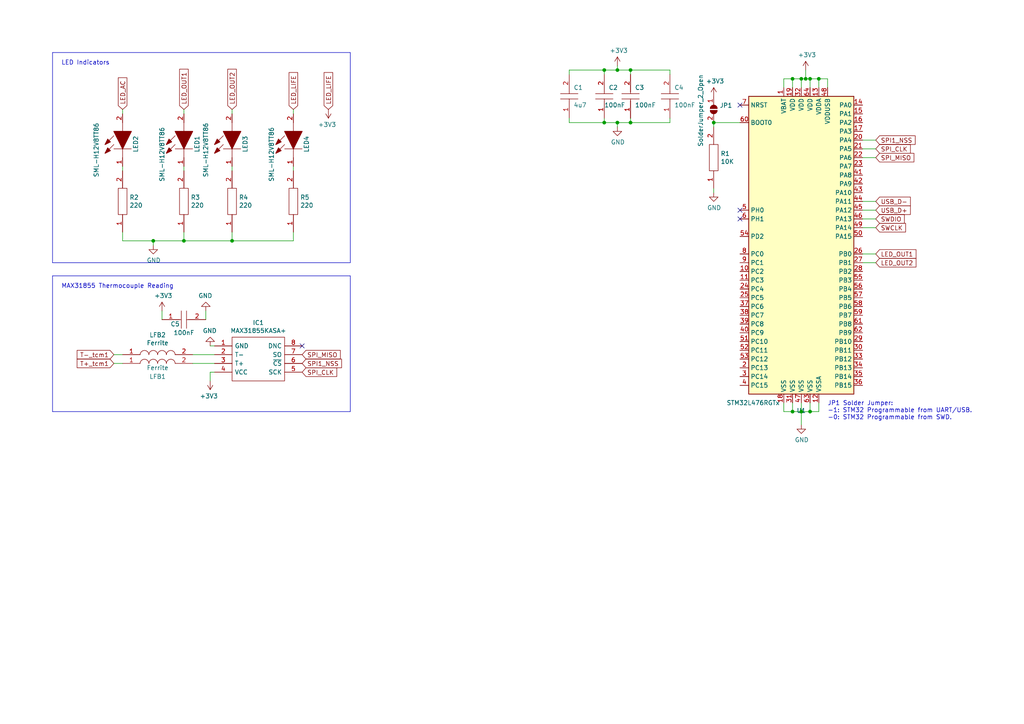
<source format=kicad_sch>
(kicad_sch (version 20230121) (generator eeschema)
  (paper "A4")
  (title_block (title "Open Reflow Plate") (date "2024-01-04") (rev "V0.1") (company "MakingDevices") (comment 1 "Rubén G. S."))
  (lib_symbols
    (symbol "Jumper:SolderJumper_2_Open" (pin_names (offset 0) hide)
      (property "Reference" "JP" (at 0 2.032 0))
      (property "Value" "SolderJumper_2_Open" (at 0 -2.54 0))
      (symbol "SolderJumper_2_Open_0_1"
        (arc (start -0.254 1.016) (mid -1.2656 0) (end -0.254 -1.016))
        (arc (start -0.254 1.016) (mid -1.2656 0) (end -0.254 -1.016) (fill (type outline)))
        (polyline (pts (xy -0.254 1.016) (xy -0.254 -1.016)))
        (polyline (pts (xy 0.254 1.016) (xy 0.254 -1.016)))
        (arc (start 0.254 -1.016) (mid 1.2656 0) (end 0.254 1.016))
        (arc (start 0.254 -1.016) (mid 1.2656 0) (end 0.254 1.016) (fill (type outline)))
      )
      (symbol "SolderJumper_2_Open_1_1"
        (pin passive line (at -3.81 0 0) (length 2.54) (name "A") (number "1"))
        (pin passive line (at 3.81 0 180) (length 2.54) (name "B") (number "2"))
      )
    )
    (symbol "Library_Loader:742792005" (pin_names (offset 0.762))
      (property "Reference" "L" (at 16.51 6.35 0))
      (property "Value" "Library_Loader_742792005" (at 16.51 3.81 0))
      (symbol "742792005_0_0"
        (pin passive line (at 0 0 0) (length 5.08) (name "~") (number "1"))
        (pin passive line (at 20.32 0 180) (length 5.08) (name "~") (number "2"))
      )
      (symbol "742792005_0_1"
        (arc (start 7.62 0) (mid 6.35 1.2202) (end 5.08 0) (stroke (width 0.1524)))
        (arc (start 10.16 0) (mid 8.89 1.2202) (end 7.62 0) (stroke (width 0.1524)))
        (arc (start 12.7 0) (mid 11.43 1.2202) (end 10.16 0) (stroke (width 0.1524)))
        (arc (start 15.24 0) (mid 13.97 1.2202) (end 12.7 0) (stroke (width 0.1524)))
      )
    )
    (symbol "Library_Loader:C0805C475M8RACTU" (pin_names (offset 0.762))
      (property "Reference" "C" (at 8.89 6.35 0))
      (property "Value" "Library_Loader_C0805C475M8RACTU" (at 8.89 3.81 0))
      (symbol "C0805C475M8RACTU_0_0"
        (pin passive line (at 0 0 0) (length 5.08) (name "~") (number "1"))
        (pin passive line (at 12.7 0 180) (length 5.08) (name "~") (number "2"))
      )
      (symbol "C0805C475M8RACTU_0_1"
        (polyline (pts (xy 5.08 0) (xy 5.588 0)) (stroke (width 0.1524)))
        (polyline (pts (xy 5.588 2.54) (xy 5.588 -2.54)) (stroke (width 0.1524)))
        (polyline (pts (xy 7.112 0) (xy 7.62 0)) (stroke (width 0.1524)))
        (polyline (pts (xy 7.112 2.54) (xy 7.112 -2.54)) (stroke (width 0.1524)))
      )
    )
    (symbol "Library_Loader:MAX31855KASA+" (pin_names (offset 0.762))
      (property "Reference" "IC" (at 21.59 7.62 0))
      (property "Value" "Library_Loader_MAX31855KASA+" (at 21.59 5.08 0))
      (symbol "MAX31855KASA+_0_0"
        (pin passive line (at 0 0 0) (length 5.08) (name "GND") (number "1"))
        (pin passive line (at 0 -2.54 0) (length 5.08) (name "T-") (number "2"))
        (pin passive line (at 0 -5.08 0) (length 5.08) (name "T+") (number "3"))
        (pin passive line (at 0 -7.62 0) (length 5.08) (name "VCC") (number "4"))
        (pin passive line (at 25.4 -7.62 180) (length 5.08) (name "SCK") (number "5"))
        (pin passive line (at 25.4 -5.08 180) (length 5.08) (name "~{CS}") (number "6"))
        (pin passive line (at 25.4 -2.54 180) (length 5.08) (name "SO") (number "7"))
        (pin passive line (at 25.4 0 180) (length 5.08) (name "DNC") (number "8"))
      )
      (symbol "MAX31855KASA+_0_1"
        (polyline (pts (xy 5.08 2.54) (xy 20.32 2.54) (xy 20.32 -10.16) (xy 5.08 -10.16) (xy 5.08 2.54)) (stroke (width 0.1524)))
      )
    )
    (symbol "OpenReflowPlate-rescue:+3.3V-power" (power) (pin_names (offset 0))
      (property "Value" "+3.3V-power" (at 0 3.556 0))
      (symbol "+3.3V-power_0_1"
        (polyline (pts (xy -0.762 1.27) (xy 0 2.54)))
        (polyline (pts (xy 0 0) (xy 0 2.54)))
        (polyline (pts (xy 0 2.54) (xy 0.762 1.27)))
      )
      (symbol "+3.3V-power_1_1"
        (pin power_in line (at 0 0 90) (length 0) hide (name "+3V3") (number "1"))
      )
    )
    (symbol "OpenReflowPlate-rescue:C0805C475M8RACTU-Library_Loader" (pin_names (offset 0.762))
      (property "Reference" "C" (at 8.89 6.35 0))
      (property "Value" "Library_Loader_C0805C475M8RACTU" (at 8.89 3.81 0))
      (symbol "C0805C475M8RACTU-Library_Loader_0_0"
        (pin passive line (at 0 0 0) (length 5.08) (name "~") (number "1"))
        (pin passive line (at 12.7 0 180) (length 5.08) (name "~") (number "2"))
      )
      (symbol "C0805C475M8RACTU-Library_Loader_0_1"
        (polyline (pts (xy 5.08 0) (xy 5.588 0)) (stroke (width 0.1524)))
        (polyline (pts (xy 5.588 2.54) (xy 5.588 -2.54)) (stroke (width 0.1524)))
        (polyline (pts (xy 7.112 0) (xy 7.62 0)) (stroke (width 0.1524)))
        (polyline (pts (xy 7.112 2.54) (xy 7.112 -2.54)) (stroke (width 0.1524)))
      )
    )
    (symbol "OpenReflowPlate-rescue:ERJP6WF1303V-Library_Loader" (pin_names (offset 0.762))
      (property "Reference" "R" (at 13.97 6.35 0))
      (property "Value" "Library_Loader_ERJP6WF1303V" (at 13.97 3.81 0))
      (symbol "ERJP6WF1303V-Library_Loader_0_0"
        (pin passive line (at 0 0 0) (length 5.08) (name "~") (number "1"))
        (pin passive line (at 17.78 0 180) (length 5.08) (name "~") (number "2"))
      )
      (symbol "ERJP6WF1303V-Library_Loader_0_1"
        (polyline (pts (xy 5.08 1.27) (xy 12.7 1.27) (xy 12.7 -1.27) (xy 5.08 -1.27) (xy 5.08 1.27)) (stroke (width 0.1524)))
      )
    )
    (symbol "OpenReflowPlate-rescue:STM32L476RGTx-MCU_ST_STM32L4"
      (property "Reference" "U" (at -15.24 44.45 0))
      (property "Value" "MCU_ST_STM32L4_STM32L476RGTx" (at 10.16 44.45 0))
      (symbol "STM32L476RGTx-MCU_ST_STM32L4_0_1"
        (rectangle (start -15.24 -43.18) (end 15.24 43.18) (stroke (width 0.254)) (fill (type background)))
      )
      (symbol "STM32L476RGTx-MCU_ST_STM32L4_1_1"
        (pin power_in line (at -5.08 45.72 270) (length 2.54) (name "VBAT") (number "1"))
        (pin bidirectional line (at -17.78 -7.62 0) (length 2.54) (name "PC2") (number "10"))
        (pin bidirectional line (at -17.78 -10.16 0) (length 2.54) (name "PC3") (number "11"))
        (pin power_in line (at 5.08 -45.72 90) (length 2.54) (name "VSSA") (number "12"))
        (pin power_in line (at 5.08 45.72 270) (length 2.54) (name "VDDA") (number "13"))
        (pin bidirectional line (at 17.78 40.64 180) (length 2.54) (name "PA0") (number "14"))
        (pin bidirectional line (at 17.78 38.1 180) (length 2.54) (name "PA1") (number "15"))
        (pin bidirectional line (at 17.78 35.56 180) (length 2.54) (name "PA2") (number "16"))
        (pin bidirectional line (at 17.78 33.02 180) (length 2.54) (name "PA3") (number "17"))
        (pin power_in line (at -5.08 -45.72 90) (length 2.54) (name "VSS") (number "18"))
        (pin power_in line (at -2.54 45.72 270) (length 2.54) (name "VDD") (number "19"))
        (pin bidirectional line (at -17.78 -35.56 0) (length 2.54) (name "PC13") (number "2"))
        (pin bidirectional line (at 17.78 30.48 180) (length 2.54) (name "PA4") (number "20"))
        (pin bidirectional line (at 17.78 27.94 180) (length 2.54) (name "PA5") (number "21"))
        (pin bidirectional line (at 17.78 25.4 180) (length 2.54) (name "PA6") (number "22"))
        (pin bidirectional line (at 17.78 22.86 180) (length 2.54) (name "PA7") (number "23"))
        (pin bidirectional line (at -17.78 -12.7 0) (length 2.54) (name "PC4") (number "24"))
        (pin bidirectional line (at -17.78 -15.24 0) (length 2.54) (name "PC5") (number "25"))
        (pin bidirectional line (at 17.78 -2.54 180) (length 2.54) (name "PB0") (number "26"))
        (pin bidirectional line (at 17.78 -5.08 180) (length 2.54) (name "PB1") (number "27"))
        (pin bidirectional line (at 17.78 -7.62 180) (length 2.54) (name "PB2") (number "28"))
        (pin bidirectional line (at 17.78 -27.94 180) (length 2.54) (name "PB10") (number "29"))
        (pin bidirectional line (at -17.78 -38.1 0) (length 2.54) (name "PC14") (number "3"))
        (pin bidirectional line (at 17.78 -30.48 180) (length 2.54) (name "PB11") (number "30"))
        (pin power_in line (at -2.54 -45.72 90) (length 2.54) (name "VSS") (number "31"))
        (pin power_in line (at 0 45.72 270) (length 2.54) (name "VDD") (number "32"))
        (pin bidirectional line (at 17.78 -33.02 180) (length 2.54) (name "PB12") (number "33"))
        (pin bidirectional line (at 17.78 -35.56 180) (length 2.54) (name "PB13") (number "34"))
        (pin bidirectional line (at 17.78 -38.1 180) (length 2.54) (name "PB14") (number "35"))
        (pin bidirectional line (at 17.78 -40.64 180) (length 2.54) (name "PB15") (number "36"))
        (pin bidirectional line (at -17.78 -17.78 0) (length 2.54) (name "PC6") (number "37"))
        (pin bidirectional line (at -17.78 -20.32 0) (length 2.54) (name "PC7") (number "38"))
        (pin bidirectional line (at -17.78 -22.86 0) (length 2.54) (name "PC8") (number "39"))
        (pin bidirectional line (at -17.78 -40.64 0) (length 2.54) (name "PC15") (number "4"))
        (pin bidirectional line (at -17.78 -25.4 0) (length 2.54) (name "PC9") (number "40"))
        (pin bidirectional line (at 17.78 20.32 180) (length 2.54) (name "PA8") (number "41"))
        (pin bidirectional line (at 17.78 17.78 180) (length 2.54) (name "PA9") (number "42"))
        (pin bidirectional line (at 17.78 15.24 180) (length 2.54) (name "PA10") (number "43"))
        (pin bidirectional line (at 17.78 12.7 180) (length 2.54) (name "PA11") (number "44"))
        (pin bidirectional line (at 17.78 10.16 180) (length 2.54) (name "PA12") (number "45"))
        (pin bidirectional line (at 17.78 7.62 180) (length 2.54) (name "PA13") (number "46"))
        (pin power_in line (at 0 -45.72 90) (length 2.54) (name "VSS") (number "47"))
        (pin power_in line (at 7.62 45.72 270) (length 2.54) (name "VDDUSB") (number "48"))
        (pin bidirectional line (at 17.78 5.08 180) (length 2.54) (name "PA14") (number "49"))
        (pin input line (at -17.78 10.16 0) (length 2.54) (name "PH0") (number "5"))
        (pin bidirectional line (at 17.78 2.54 180) (length 2.54) (name "PA15") (number "50"))
        (pin bidirectional line (at -17.78 -27.94 0) (length 2.54) (name "PC10") (number "51"))
        (pin bidirectional line (at -17.78 -30.48 0) (length 2.54) (name "PC11") (number "52"))
        (pin bidirectional line (at -17.78 -33.02 0) (length 2.54) (name "PC12") (number "53"))
        (pin bidirectional line (at -17.78 2.54 0) (length 2.54) (name "PD2") (number "54"))
        (pin bidirectional line (at 17.78 -10.16 180) (length 2.54) (name "PB3") (number "55"))
        (pin bidirectional line (at 17.78 -12.7 180) (length 2.54) (name "PB4") (number "56"))
        (pin bidirectional line (at 17.78 -15.24 180) (length 2.54) (name "PB5") (number "57"))
        (pin bidirectional line (at 17.78 -17.78 180) (length 2.54) (name "PB6") (number "58"))
        (pin bidirectional line (at 17.78 -20.32 180) (length 2.54) (name "PB7") (number "59"))
        (pin input line (at -17.78 7.62 0) (length 2.54) (name "PH1") (number "6"))
        (pin input line (at -17.78 35.56 0) (length 2.54) (name "BOOT0") (number "60"))
        (pin bidirectional line (at 17.78 -22.86 180) (length 2.54) (name "PB8") (number "61"))
        (pin bidirectional line (at 17.78 -25.4 180) (length 2.54) (name "PB9") (number "62"))
        (pin power_in line (at 2.54 -45.72 90) (length 2.54) (name "VSS") (number "63"))
        (pin power_in line (at 2.54 45.72 270) (length 2.54) (name "VDD") (number "64"))
        (pin input line (at -17.78 40.64 0) (length 2.54) (name "NRST") (number "7"))
        (pin bidirectional line (at -17.78 -2.54 0) (length 2.54) (name "PC0") (number "8"))
        (pin bidirectional line (at -17.78 -5.08 0) (length 2.54) (name "PC1") (number "9"))
      )
    )
    (symbol "User_lib:SML-H12V8TT86" (pin_names (offset 0.762))
      (property "Reference" "LED" (at 12.7 8.89 0))
      (property "Value" "SML-H12V8TT86" (at 12.7 6.35 0))
      (symbol "SML-H12V8TT86_0_0"
        (pin passive line (at 0 0 0) (length 2.54) (name "~") (number "1"))
        (pin passive line (at 15.24 0 180) (length 2.54) (name "~") (number "2"))
      )
      (symbol "SML-H12V8TT86_0_1"
        (polyline (pts (xy 2.54 0) (xy 5.08 0)) (stroke (width 0.1524)))
        (polyline (pts (xy 5.08 2.54) (xy 5.08 -2.54)) (stroke (width 0.1524)))
        (polyline (pts (xy 6.35 2.54) (xy 3.81 5.08)) (stroke (width 0.1524)))
        (polyline (pts (xy 8.89 2.54) (xy 6.35 5.08)) (stroke (width 0.1524)))
        (polyline (pts (xy 10.16 0) (xy 12.7 0)) (stroke (width 0.1524)))
        (polyline (pts (xy 5.08 0) (xy 10.16 2.54) (xy 10.16 -2.54) (xy 5.08 0)) (stroke (width 0.254)) (fill (type outline)))
        (polyline (pts (xy 5.334 4.318) (xy 4.572 3.556) (xy 3.81 5.08) (xy 5.334 4.318)) (stroke (width 0.254)) (fill (type outline)))
        (polyline (pts (xy 7.874 4.318) (xy 7.112 3.556) (xy 6.35 5.08) (xy 7.874 4.318)) (stroke (width 0.254)) (fill (type outline)))
      )
    )
    (symbol "power:GND" (power) (pin_names (offset 0))
      (property "Value" "GND" (at 0 -3.81 0))
      (symbol "GND_0_1"
        (polyline (pts (xy 0 0) (xy 0 -1.27) (xy 1.27 -1.27) (xy 0 -2.54) (xy -1.27 -1.27) (xy 0 -1.27)))
      )
      (symbol "GND_1_1"
        (pin power_in line (at 0 0 270) (length 0) hide (name "GND") (number "1"))
      )
    )
  )
  (junction (at 234.95 22.86))
  (junction (at 179.07 20.32))
  (junction (at 175.26 20.32))
  (junction (at 53.34 69.85))
  (junction (at 233.68 22.86))
  (junction (at 44.45 69.85))
  (junction (at 232.41 119.38))
  (junction (at 237.49 22.86))
  (junction (at 207.01 35.56))
  (junction (at 182.88 35.56))
  (junction (at 175.26 35.56))
  (junction (at 229.87 119.38))
  (junction (at 232.41 22.86))
  (junction (at 182.88 20.32))
  (junction (at 67.31 69.85))
  (junction (at 229.87 22.86))
  (junction (at 179.07 35.56))
  (junction (at 234.95 119.38))
  (no_connect (at 214.63 63.5))
  (no_connect (at 214.63 60.96))
  (no_connect (at 214.63 30.48))
  (no_connect (at 87.63 100.33))
  (wire (pts (xy 250.19 66.04) (xy 254 66.04)))
  (polyline (pts (xy 101.6 76.2) (xy 15.24 76.2)))
  (polyline (pts (xy 101.6 15.24) (xy 101.6 76.2)))
  (wire (pts (xy 234.95 22.86) (xy 233.68 22.86)))
  (wire (pts (xy 179.07 20.32) (xy 175.26 20.32)))
  (wire (pts (xy 240.03 25.4) (xy 240.03 22.86)))
  (wire (pts (xy 59.69 90.17) (xy 59.69 92.71)))
  (wire (pts (xy 250.19 76.2) (xy 254 76.2)))
  (wire (pts (xy 35.56 69.85) (xy 35.56 67.31)))
  (wire (pts (xy 234.95 119.38) (xy 237.49 119.38)))
  (wire (pts (xy 67.31 67.31) (xy 67.31 69.85)))
  (wire (pts (xy 250.19 40.64) (xy 254 40.64)))
  (wire (pts (xy 85.09 33.02) (xy 85.09 31.75)))
  (wire (pts (xy 229.87 116.84) (xy 229.87 119.38)))
  (wire (pts (xy 227.33 22.86) (xy 227.33 25.4)))
  (polyline (pts (xy 101.6 119.38) (xy 15.24 119.38)))
  (wire (pts (xy 67.31 48.26) (xy 67.31 49.53)))
  (wire (pts (xy 175.26 34.29) (xy 175.26 35.56)))
  (wire (pts (xy 175.26 20.32) (xy 165.1 20.32)))
  (wire (pts (xy 232.41 119.38) (xy 234.95 119.38)))
  (wire (pts (xy 53.34 67.31) (xy 53.34 69.85)))
  (wire (pts (xy 233.68 22.86) (xy 232.41 22.86)))
  (wire (pts (xy 229.87 22.86) (xy 227.33 22.86)))
  (wire (pts (xy 240.03 22.86) (xy 237.49 22.86)))
  (wire (pts (xy 175.26 21.59) (xy 175.26 20.32)))
  (wire (pts (xy 53.34 48.26) (xy 53.34 49.53)))
  (wire (pts (xy 53.34 69.85) (xy 44.45 69.85)))
  (wire (pts (xy 67.31 69.85) (xy 53.34 69.85)))
  (wire (pts (xy 254 58.42) (xy 250.19 58.42)))
  (wire (pts (xy 232.41 116.84) (xy 232.41 119.38)))
  (wire (pts (xy 207.01 55.88) (xy 207.01 54.61)))
  (wire (pts (xy 55.88 102.87) (xy 62.23 102.87)))
  (wire (pts (xy 207.01 35.56) (xy 207.01 36.83)))
  (wire (pts (xy 35.56 102.87) (xy 33.02 102.87)))
  (polyline (pts (xy 101.6 80.01) (xy 101.6 119.38)))
  (wire (pts (xy 237.49 119.38) (xy 237.49 116.84)))
  (wire (pts (xy 60.96 100.33) (xy 62.23 100.33)))
  (wire (pts (xy 46.99 90.17) (xy 46.99 92.71)))
  (wire (pts (xy 229.87 119.38) (xy 232.41 119.38)))
  (wire (pts (xy 35.56 31.75) (xy 35.56 33.02)))
  (wire (pts (xy 44.45 69.85) (xy 35.56 69.85)))
  (wire (pts (xy 194.31 35.56) (xy 194.31 34.29)))
  (wire (pts (xy 237.49 25.4) (xy 237.49 22.86)))
  (wire (pts (xy 62.23 107.95) (xy 60.96 107.95)))
  (wire (pts (xy 55.88 105.41) (xy 62.23 105.41)))
  (wire (pts (xy 237.49 22.86) (xy 234.95 22.86)))
  (wire (pts (xy 232.41 22.86) (xy 229.87 22.86)))
  (wire (pts (xy 85.09 69.85) (xy 67.31 69.85)))
  (wire (pts (xy 250.19 60.96) (xy 254 60.96)))
  (wire (pts (xy 179.07 35.56) (xy 182.88 35.56)))
  (wire (pts (xy 229.87 25.4) (xy 229.87 22.86)))
  (wire (pts (xy 85.09 67.31) (xy 85.09 69.85)))
  (wire (pts (xy 179.07 35.56) (xy 175.26 35.56)))
  (wire (pts (xy 44.45 69.85) (xy 44.45 71.12)))
  (wire (pts (xy 182.88 21.59) (xy 182.88 20.32)))
  (wire (pts (xy 232.41 25.4) (xy 232.41 22.86)))
  (wire (pts (xy 182.88 35.56) (xy 194.31 35.56)))
  (wire (pts (xy 179.07 19.05) (xy 179.07 20.32)))
  (polyline (pts (xy 15.24 80.01) (xy 15.24 119.38)))
  (wire (pts (xy 35.56 48.26) (xy 35.56 49.53)))
  (wire (pts (xy 250.19 73.66) (xy 254 73.66)))
  (wire (pts (xy 165.1 35.56) (xy 165.1 34.29)))
  (wire (pts (xy 234.95 116.84) (xy 234.95 119.38)))
  (wire (pts (xy 53.34 33.02) (xy 53.34 31.75)))
  (wire (pts (xy 179.07 20.32) (xy 182.88 20.32)))
  (wire (pts (xy 67.31 31.75) (xy 67.31 33.02)))
  (polyline (pts (xy 15.24 15.24) (xy 101.6 15.24)))
  (wire (pts (xy 60.96 107.95) (xy 60.96 110.49)))
  (wire (pts (xy 227.33 119.38) (xy 229.87 119.38)))
  (polyline (pts (xy 15.24 15.24) (xy 15.24 76.2)))
  (wire (pts (xy 234.95 25.4) (xy 234.95 22.86)))
  (wire (pts (xy 182.88 20.32) (xy 194.31 20.32)))
  (wire (pts (xy 214.63 35.56) (xy 207.01 35.56)))
  (wire (pts (xy 194.31 20.32) (xy 194.31 21.59)))
  (wire (pts (xy 179.07 36.83) (xy 179.07 35.56)))
  (wire (pts (xy 85.09 48.26) (xy 85.09 49.53)))
  (wire (pts (xy 250.19 43.18) (xy 254 43.18)))
  (wire (pts (xy 250.19 45.72) (xy 254 45.72)))
  (wire (pts (xy 232.41 119.38) (xy 232.41 123.19)))
  (wire (pts (xy 233.68 22.86) (xy 233.68 20.32)))
  (wire (pts (xy 35.56 105.41) (xy 33.02 105.41)))
  (wire (pts (xy 175.26 35.56) (xy 165.1 35.56)))
  (wire (pts (xy 182.88 34.29) (xy 182.88 35.56)))
  (polyline (pts (xy 15.24 80.01) (xy 101.6 80.01)))
  (wire (pts (xy 227.33 116.84) (xy 227.33 119.38)))
  (wire (pts (xy 250.19 63.5) (xy 254 63.5)))
  (wire (pts (xy 165.1 20.32) (xy 165.1 21.59)))
  (text "LED Indicators\n" (at 17.78 19.05 0) (effects (font (size 1.27 1.27)) (justify left bottom)))
  (text "JP1 Solder Jumper:\n-1: STM32 Programmable from UART/USB.\n-0: STM32 Programmable from SWD. " (at 240.03 121.92 0) (effects (font (size 1.27 1.27)) (justify left bottom)))
  (text "MAX31855 Thermocouple Reading" (at 17.78 83.82 0) (effects (font (size 1.27 1.27)) (justify left bottom)))
  (global_label "T-_tcm1" (shape input) (at 33.02 102.87 180) (property "Intersheetrefs" "${INTERSHEET_REFS}" (effects hide)))
  (global_label "SPI_CLK" (shape input) (at 87.63 107.95 0) (property "Intersheetrefs" "${INTERSHEET_REFS}" (effects hide)))
  (global_label "LED_OUT1" (shape input) (at 254 73.66 0) (property "Intersheetrefs" "${INTERSHEET_REFS}" (effects hide)))
  (global_label "USB_D-" (shape input) (at 254 58.42 0) (property "Intersheetrefs" "${INTERSHEET_REFS}" (effects hide)))
  (global_label "SPI1_NSS" (shape input) (at 254 40.64 0) (property "Intersheetrefs" "${INTERSHEET_REFS}" (effects hide)))
  (global_label "LED_LIFE" (shape input) (at 95.25 31.75 90) (property "Intersheetrefs" "${INTERSHEET_REFS}" (effects hide)))
  (global_label "LED_OUT2" (shape input) (at 67.31 31.75 90) (property "Intersheetrefs" "${INTERSHEET_REFS}" (effects hide)))
  (global_label "SWDIO" (shape input) (at 254 63.5 0) (property "Intersheetrefs" "${INTERSHEET_REFS}" (effects hide)))
  (global_label "LED_LIFE" (shape input) (at 85.09 31.75 90) (property "Intersheetrefs" "${INTERSHEET_REFS}" (effects hide)))
  (global_label "SPI_CLK" (shape input) (at 254 43.18 0) (property "Intersheetrefs" "${INTERSHEET_REFS}" (effects hide)))
  (global_label "SPI1_NSS" (shape input) (at 87.63 105.41 0) (property "Intersheetrefs" "${INTERSHEET_REFS}" (effects hide)))
  (global_label "USB_D+" (shape input) (at 254 60.96 0) (property "Intersheetrefs" "${INTERSHEET_REFS}" (effects hide)))
  (global_label "T+_tcm1" (shape input) (at 33.02 105.41 180) (property "Intersheetrefs" "${INTERSHEET_REFS}" (effects hide)))
  (global_label "LED_OUT1" (shape input) (at 53.34 31.75 90) (property "Intersheetrefs" "${INTERSHEET_REFS}" (effects hide)))
  (global_label "LED_OUT2" (shape input) (at 254 76.2 0) (property "Intersheetrefs" "${INTERSHEET_REFS}" (effects hide)))
  (global_label "SPI_MISO" (shape input) (at 254 45.72 0) (property "Intersheetrefs" "${INTERSHEET_REFS}" (effects hide)))
  (global_label "SPI_MISO" (shape input) (at 87.63 102.87 0) (property "Intersheetrefs" "${INTERSHEET_REFS}" (effects hide)))
  (global_label "LED_AC" (shape input) (at 35.56 31.75 90) (property "Intersheetrefs" "${INTERSHEET_REFS}" (effects hide)))
  (global_label "SWCLK" (shape input) (at 254 66.04 0) (property "Intersheetrefs" "${INTERSHEET_REFS}" (effects hide)))
  (symbol (lib_id "OpenReflowPlate-rescue:STM32L476RGTx-MCU_ST_STM32L4") (at 232.41 71.12 0) (unit 1)
    (property "Reference" "U1" (at 232.41 119.1006 0))
    (property "Value" "STM32L476RGTx" (at 218.44 116.84 0))
    (property "Footprint" "Package_QFP:LQFP-64_10x10mm_P0.5mm" (effects hide))
    (property "Datasheet" "http://www.st.com/st-web-ui/static/active/en/resource/technical/document/datasheet/DM00108832.pdf" (effects hide))
  )
  (symbol (lib_id "OpenReflowPlate-rescue:+3.3V-power") (at 233.68 20.32 0) (unit 1)
    (property "Reference" "#PWR0101" (effects hide))
    (property "Value" "+3.3V" (at 234.061 15.9258 0))
  )
  (symbol (lib_id "power:GND") (at 232.41 123.19 0) (unit 1)
    (property "Reference" "#PWR0102" (effects hide))
    (property "Value" "GND" (at 232.537 127.5842 0))
  )
  (symbol (lib_id "OpenReflowPlate-rescue:+3.3V-power") (at 179.07 19.05 0) (unit 1)
    (property "Reference" "#PWR0103" (effects hide))
    (property "Value" "+3.3V" (at 179.451 14.6558 0))
  )
  (symbol (lib_id "power:GND") (at 179.07 36.83 0) (unit 1)
    (property "Reference" "#PWR0104" (effects hide))
    (property "Value" "GND" (at 179.197 41.2242 0))
  )
  (symbol (lib_id "OpenReflowPlate-rescue:C0805C475M8RACTU-Library_Loader") (at 165.1 34.29 90) (unit 1)
    (property "Reference" "C1" (at 166.37 25.4 90) (effects (justify right)))
    (property "Value" "4u7" (at 166.37 30.48 90) (effects (justify right)))
    (property "Footprint" "CAPC2012X140N" (effects hide))
    (property "Datasheet" "https://datasheet.datasheetarchive.com/originals/distributors/Datasheets-DGA8/2444426.pdf" (effects hide))
    (property "Description" "Cap Ceramic 4.7uF 10V X7R 20% Pad SMD 0805 125C T/R" (effects hide))
    (property "Height" "1.4" (effects hide))
    (property "Manufacturer_Name" "Kemet" (effects hide))
    (property "Manufacturer_Part_Number" "C0805C475M8RACTU" (effects hide))
  )
  (symbol (lib_id "OpenReflowPlate-rescue:C0805C475M8RACTU-Library_Loader") (at 175.26 34.29 90) (unit 1)
    (property "Reference" "C2" (at 176.53 25.4 90) (effects (justify right)))
    (property "Value" "100nF" (at 175.26 30.48 90) (effects (justify right)))
    (property "Footprint" "CAPC2012X140N" (effects hide))
    (property "Datasheet" "https://datasheet.datasheetarchive.com/originals/distributors/Datasheets-DGA8/2444426.pdf" (effects hide))
    (property "Description" "Cap Ceramic 4.7uF 10V X7R 20% Pad SMD 0805 125C T/R" (effects hide))
    (property "Height" "1.4" (effects hide))
    (property "Manufacturer_Name" "Kemet" (effects hide))
    (property "Manufacturer_Part_Number" "C0805C475M8RACTU" (effects hide))
  )
  (symbol (lib_id "OpenReflowPlate-rescue:C0805C475M8RACTU-Library_Loader") (at 182.88 34.29 90) (unit 1)
    (property "Reference" "C3" (at 184.15 25.4 90) (effects (justify right)))
    (property "Value" "100nF" (at 184.15 30.48 90) (effects (justify right)))
    (property "Footprint" "CAPC2012X140N" (effects hide))
    (property "Datasheet" "https://datasheet.datasheetarchive.com/originals/distributors/Datasheets-DGA8/2444426.pdf" (effects hide))
    (property "Description" "Cap Ceramic 4.7uF 10V X7R 20% Pad SMD 0805 125C T/R" (effects hide))
    (property "Height" "1.4" (effects hide))
    (property "Manufacturer_Name" "Kemet" (effects hide))
    (property "Manufacturer_Part_Number" "C0805C475M8RACTU" (effects hide))
  )
  (symbol (lib_id "OpenReflowPlate-rescue:C0805C475M8RACTU-Library_Loader") (at 194.31 34.29 90) (unit 1)
    (property "Reference" "C4" (at 195.58 25.4 90) (effects (justify right)))
    (property "Value" "100nF" (at 195.58 30.48 90) (effects (justify right)))
    (property "Footprint" "CAPC2012X140N" (effects hide))
    (property "Datasheet" "https://datasheet.datasheetarchive.com/originals/distributors/Datasheets-DGA8/2444426.pdf" (effects hide))
    (property "Description" "Cap Ceramic 4.7uF 10V X7R 20% Pad SMD 0805 125C T/R" (effects hide))
    (property "Height" "1.4" (effects hide))
    (property "Manufacturer_Name" "Kemet" (effects hide))
    (property "Manufacturer_Part_Number" "C0805C475M8RACTU" (effects hide))
  )
  (symbol (lib_id "OpenReflowPlate-rescue:ERJP6WF1303V-Library_Loader") (at 207.01 54.61 90) (unit 1)
    (property "Reference" "R1" (at 208.9912 44.5516 90) (effects (justify right)))
    (property "Value" "10K" (at 208.9912 46.863 90) (effects (justify right)))
    (property "Footprint" "Resistor_SMD:R_0805_2012Metric" (effects hide))
    (property "Datasheet" "http://uk.rs-online.com/web/p/products/7708607P" (effects hide))
    (property "Description" "Panasonic ERJP6W Series Thick Film Surface Mount Fixed Resistor 0805 Case 130k +/-1% 0.5W +/-200ppm/C" (effects hide))
    (property "Height" "0.75" (effects hide))
    (property "RS Part Number" "7708607P" (effects hide))
    (property "RS Price/Stock" "http://uk.rs-online.com/web/p/products/7708607P" (effects hide))
    (property "Manufacturer_Name" "Panasonic" (effects hide))
    (property "Manufacturer_Part_Number" "ERJP6WF1303V" (effects hide))
  )
  (symbol (lib_id "power:GND") (at 207.01 55.88 0) (unit 1)
    (property "Reference" "#PWR0105" (effects hide))
    (property "Value" "GND" (at 207.137 60.2742 0))
  )
  (symbol (lib_id "Jumper:SolderJumper_2_Open") (at 207.01 31.75 270) (unit 1)
    (property "Reference" "JP1" (at 208.7372 30.5816 90) (effects (justify left)))
    (property "Value" "SolderJumper_2_Open" (at 203.2 21.59 0) (effects (justify left)))
    (property "Footprint" "Jumper:SolderJumper-2_P1.3mm_Open_RoundedPad1.0x1.5mm" (effects hide))
  )
  (symbol (lib_id "OpenReflowPlate-rescue:+3.3V-power") (at 207.01 27.94 0) (unit 1)
    (property "Reference" "#PWR0106" (effects hide))
    (property "Value" "+3.3V" (at 207.391 23.5458 0))
  )
  (symbol (lib_id "User_lib:SML-H12V8TT86") (at 53.34 48.26 90) (unit 1)
    (property "Reference" "LED1" (at 57.15 39.37 0) (effects (justify right)))
    (property "Value" "SML-H12V8TT86" (at 46.99 36.83 0) (effects (justify right)))
    (property "Footprint" "LEDC2012X90N" (effects hide))
    (property "Datasheet" "http://uk.rs-online.com/web/p/products/1332888P" (effects hide))
    (property "Description" "EXCELED series chip LED: ROHM\\'s chip LED lineup consists of standard type,top-view type, side-view type and reverse-mount type." (effects hide))
    (property "Height" "0.9" (effects hide))
    (property "RS Part Number" "1332888P" (effects hide))
    (property "RS Price/Stock" "http://uk.rs-online.com/web/p/products/1332888P" (effects hide))
    (property "Manufacturer_Name" "ROHM Semiconductor" (effects hide))
    (property "Manufacturer_Part_Number" "SML-H12V8TT86" (effects hide))
  )
  (symbol (lib_id "OpenReflowPlate-rescue:ERJP6WF1303V-Library_Loader") (at 67.31 67.31 90) (unit 1)
    (property "Reference" "R4" (at 69.2912 57.2516 90) (effects (justify right)))
    (property "Value" "220" (at 69.2912 59.563 90) (effects (justify right)))
    (property "Footprint" "Resistor_SMD:R_0805_2012Metric" (effects hide))
    (property "Datasheet" "http://uk.rs-online.com/web/p/products/7708607P" (effects hide))
    (property "Description" "Panasonic ERJP6W Series Thick Film Surface Mount Fixed Resistor 0805 Case 130k +/-1% 0.5W +/-200ppm/C" (effects hide))
    (property "Height" "0.75" (effects hide))
    (property "RS Part Number" "7708607P" (effects hide))
    (property "RS Price/Stock" "http://uk.rs-online.com/web/p/products/7708607P" (effects hide))
    (property "Manufacturer_Name" "Panasonic" (effects hide))
    (property "Manufacturer_Part_Number" "ERJP6WF1303V" (effects hide))
  )
  (symbol (lib_id "Library_Loader:742792005") (at 35.56 105.41 0) (unit 1)
    (property "Reference" "LFB1" (at 45.72 109.22 0))
    (property "Value" "Ferrite" (at 45.72 106.68 0))
    (property "Footprint" "CAPC2012X90N" (effects hide))
    (property "Datasheet" "http://uk.rs-online.com/web/p/products/7879929P" (effects hide))
    (property "Description" "SMD EMI Suppression Ferrite Beads WE-CBF" (effects hide))
    (property "Height" "0.9" (effects hide))
    (property "RS Part Number" "7879929P" (effects hide))
    (property "RS Price/Stock" "http://uk.rs-online.com/web/p/products/7879929P" (effects hide))
    (property "Manufacturer_Name" "Wurth Elektronik" (effects hide))
    (property "Manufacturer_Part_Number" "742792005" (effects hide))
  )
  (symbol (lib_id "OpenReflowPlate-rescue:ERJP6WF1303V-Library_Loader") (at 35.56 67.31 90) (unit 1)
    (property "Reference" "R2" (at 37.5412 57.2516 90) (effects (justify right)))
    (property "Value" "220" (at 37.5412 59.563 90) (effects (justify right)))
    (property "Footprint" "Resistor_SMD:R_0805_2012Metric" (effects hide))
    (property "Datasheet" "http://uk.rs-online.com/web/p/products/7708607P" (effects hide))
    (property "Description" "Panasonic ERJP6W Series Thick Film Surface Mount Fixed Resistor 0805 Case 130k +/-1% 0.5W +/-200ppm/C" (effects hide))
    (property "Height" "0.75" (effects hide))
    (property "RS Part Number" "7708607P" (effects hide))
    (property "RS Price/Stock" "http://uk.rs-online.com/web/p/products/7708607P" (effects hide))
    (property "Manufacturer_Name" "Panasonic" (effects hide))
    (property "Manufacturer_Part_Number" "ERJP6WF1303V" (effects hide))
  )
  (symbol (lib_id "Library_Loader:742792005") (at 35.56 102.87 0) (unit 1)
    (property "Reference" "LFB2" (at 45.72 97.155 0))
    (property "Value" "Ferrite" (at 45.72 99.4664 0))
    (property "Footprint" "CAPC2012X90N" (effects hide))
    (property "Datasheet" "http://uk.rs-online.com/web/p/products/7879929P" (effects hide))
    (property "Description" "SMD EMI Suppression Ferrite Beads WE-CBF" (effects hide))
    (property "Height" "0.9" (effects hide))
    (property "RS Part Number" "7879929P" (effects hide))
    (property "RS Price/Stock" "http://uk.rs-online.com/web/p/products/7879929P" (effects hide))
    (property "Manufacturer_Name" "Wurth Elektronik" (effects hide))
    (property "Manufacturer_Part_Number" "742792005" (effects hide))
  )
  (symbol (lib_id "User_lib:SML-H12V8TT86") (at 85.09 48.26 90) (unit 1)
    (property "Reference" "LED4" (at 88.9 39.37 0) (effects (justify right)))
    (property "Value" "SML-H12V8TT86" (at 78.74 36.83 0) (effects (justify right)))
    (property "Footprint" "LEDC2012X90N" (effects hide))
    (property "Datasheet" "http://uk.rs-online.com/web/p/products/1332888P" (effects hide))
    (property "Description" "EXCELED series chip LED: ROHM\\'s chip LED lineup consists of standard type,top-view type, side-view type and reverse-mount type." (effects hide))
    (property "Height" "0.9" (effects hide))
    (property "RS Part Number" "1332888P" (effects hide))
    (property "RS Price/Stock" "http://uk.rs-online.com/web/p/products/1332888P" (effects hide))
    (property "Manufacturer_Name" "ROHM Semiconductor" (effects hide))
    (property "Manufacturer_Part_Number" "SML-H12V8TT86" (effects hide))
  )
  (symbol (lib_id "power:GND") (at 60.96 100.33 180) (unit 1)
    (property "Reference" "#PWR04" (effects hide))
    (property "Value" "GND" (at 60.833 95.9358 0))
  )
  (symbol (lib_id "User_lib:SML-H12V8TT86") (at 67.31 48.26 90) (unit 1)
    (property "Reference" "LED3" (at 71.12 39.37 0) (effects (justify right)))
    (property "Value" "SML-H12V8TT86" (at 59.69 35.56 0) (effects (justify right)))
    (property "Footprint" "LEDC2012X90N" (effects hide))
    (property "Datasheet" "http://uk.rs-online.com/web/p/products/1332888P" (effects hide))
    (property "Description" "EXCELED series chip LED: ROHM\\'s chip LED lineup consists of standard type,top-view type, side-view type and reverse-mount type." (effects hide))
    (property "Height" "0.9" (effects hide))
    (property "RS Part Number" "1332888P" (effects hide))
    (property "RS Price/Stock" "http://uk.rs-online.com/web/p/products/1332888P" (effects hide))
    (property "Manufacturer_Name" "ROHM Semiconductor" (effects hide))
    (property "Manufacturer_Part_Number" "SML-H12V8TT86" (effects hide))
  )
  (symbol (lib_id "OpenReflowPlate-rescue:+3.3V-power") (at 46.99 90.17 0) (unit 1)
    (property "Reference" "#PWR06" (effects hide))
    (property "Value" "+3.3V" (at 47.371 85.7758 0))
  )
  (symbol (lib_id "OpenReflowPlate-rescue:+3.3V-power") (at 95.25 31.75 180) (unit 1)
    (property "Reference" "#PWR02" (effects hide))
    (property "Value" "+3.3V" (at 94.869 36.1442 0))
  )
  (symbol (lib_id "Library_Loader:MAX31855KASA+") (at 62.23 100.33 0) (unit 1)
    (property "Reference" "IC1" (at 74.93 93.599 0))
    (property "Value" "MAX31855KASA+" (at 74.93 95.9104 0))
    (property "Footprint" "SOIC127P600X175-8N" (effects hide))
    (property "Datasheet" "http://uk.rs-online.com/web/p/products/1901414P" (effects hide))
    (property "Description" "MAX31855KASA+, 14 bit Temperature Sensor +/-2 C SPI 3  3.6 V 8-Pin SOIC" (effects hide))
    (property "Height" "1.75" (effects hide))
    (property "RS Part Number" "1901414P" (effects hide))
    (property "RS Price/Stock" "http://uk.rs-online.com/web/p/products/1901414P" (effects hide))
    (property "Manufacturer_Name" "Maxim Integrated" (effects hide))
    (property "Manufacturer_Part_Number" "MAX31855KASA+" (effects hide))
  )
  (symbol (lib_id "OpenReflowPlate-rescue:ERJP6WF1303V-Library_Loader") (at 85.09 67.31 90) (unit 1)
    (property "Reference" "R5" (at 87.0712 57.2516 90) (effects (justify right)))
    (property "Value" "220" (at 87.0712 59.563 90) (effects (justify right)))
    (property "Footprint" "Resistor_SMD:R_0805_2012Metric" (effects hide))
    (property "Datasheet" "http://uk.rs-online.com/web/p/products/7708607P" (effects hide))
    (property "Description" "Panasonic ERJP6W Series Thick Film Surface Mount Fixed Resistor 0805 Case 130k +/-1% 0.5W +/-200ppm/C" (effects hide))
    (property "Height" "0.75" (effects hide))
    (property "RS Part Number" "7708607P" (effects hide))
    (property "RS Price/Stock" "http://uk.rs-online.com/web/p/products/7708607P" (effects hide))
    (property "Manufacturer_Name" "Panasonic" (effects hide))
    (property "Manufacturer_Part_Number" "ERJP6WF1303V" (effects hide))
  )
  (symbol (lib_id "power:GND") (at 44.45 71.12 0) (unit 1)
    (property "Reference" "#PWR01" (effects hide))
    (property "Value" "GND" (at 44.577 75.5142 0))
  )
  (symbol (lib_id "OpenReflowPlate-rescue:ERJP6WF1303V-Library_Loader") (at 53.34 67.31 90) (unit 1)
    (property "Reference" "R3" (at 55.3212 57.2516 90) (effects (justify right)))
    (property "Value" "220" (at 55.3212 59.563 90) (effects (justify right)))
    (property "Footprint" "Resistor_SMD:R_0805_2012Metric" (effects hide))
    (property "Datasheet" "http://uk.rs-online.com/web/p/products/7708607P" (effects hide))
    (property "Description" "Panasonic ERJP6W Series Thick Film Surface Mount Fixed Resistor 0805 Case 130k +/-1% 0.5W +/-200ppm/C" (effects hide))
    (property "Height" "0.75" (effects hide))
    (property "RS Part Number" "7708607P" (effects hide))
    (property "RS Price/Stock" "http://uk.rs-online.com/web/p/products/7708607P" (effects hide))
    (property "Manufacturer_Name" "Panasonic" (effects hide))
    (property "Manufacturer_Part_Number" "ERJP6WF1303V" (effects hide))
  )
  (symbol (lib_id "Library_Loader:C0805C475M8RACTU") (at 46.99 92.71 0) (unit 1)
    (property "Reference" "C5" (at 50.8 93.98 0))
    (property "Value" "100nF" (at 53.34 96.52 0))
    (property "Footprint" "CAPC2012X140N" (effects hide))
    (property "Datasheet" "https://datasheet.datasheetarchive.com/originals/distributors/Datasheets-DGA8/2444426.pdf" (effects hide))
    (property "Description" "Cap Ceramic 4.7uF 10V X7R 20% Pad SMD 0805 125C T/R" (effects hide))
    (property "Height" "1.4" (effects hide))
    (property "Manufacturer_Name" "Kemet" (effects hide))
    (property "Manufacturer_Part_Number" "C0805C475M8RACTU" (effects hide))
  )
  (symbol (lib_id "User_lib:SML-H12V8TT86") (at 35.56 48.26 90) (unit 1)
    (property "Reference" "LED2" (at 39.37 39.37 0) (effects (justify right)))
    (property "Value" "SML-H12V8TT86" (at 27.94 35.56 0) (effects (justify right)))
    (property "Footprint" "LEDC2012X90N" (effects hide))
    (property "Datasheet" "http://uk.rs-online.com/web/p/products/1332888P" (effects hide))
    (property "Description" "EXCELED series chip LED: ROHM\\'s chip LED lineup consists of standard type,top-view type, side-view type and reverse-mount type." (effects hide))
    (property "Height" "0.9" (effects hide))
    (property "RS Part Number" "1332888P" (effects hide))
    (property "RS Price/Stock" "http://uk.rs-online.com/web/p/products/1332888P" (effects hide))
    (property "Manufacturer_Name" "ROHM Semiconductor" (effects hide))
    (property "Manufacturer_Part_Number" "SML-H12V8TT86" (effects hide))
  )
  (symbol (lib_id "power:GND") (at 59.69 90.17 180) (unit 1)
    (property "Reference" "#PWR05" (effects hide))
    (property "Value" "GND" (at 59.563 85.7758 0))
  )
  (symbol (lib_id "OpenReflowPlate-rescue:+3.3V-power") (at 60.96 110.49 180) (unit 1)
    (property "Reference" "#PWR03" (effects hide))
    (property "Value" "+3.3V" (at 60.579 114.8842 0))
  )
)
</source>
